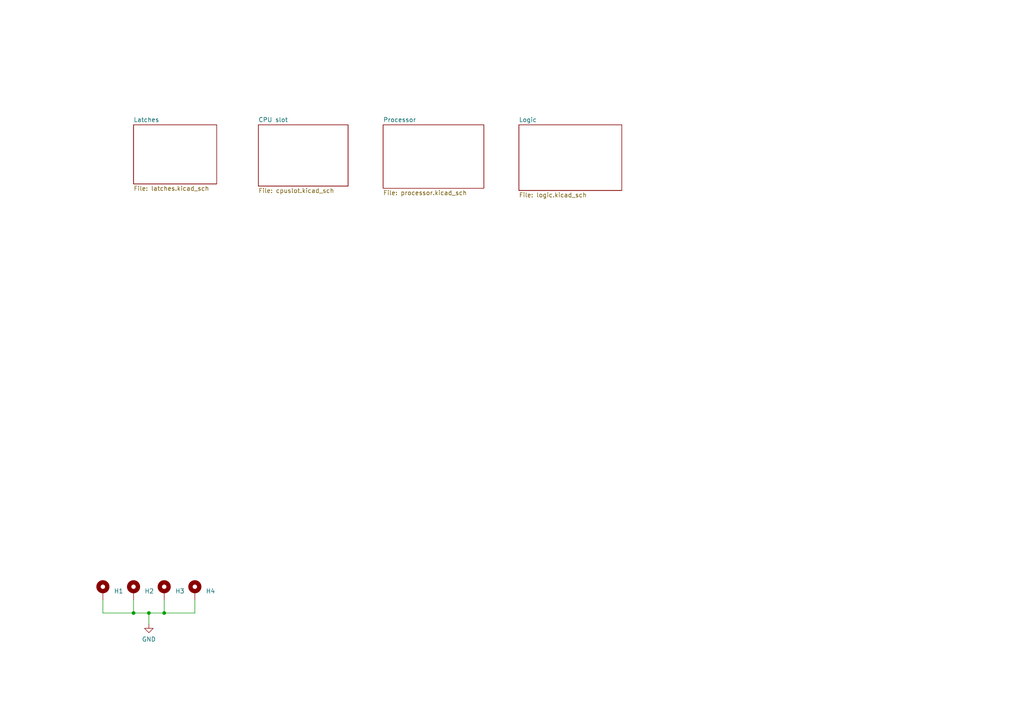
<source format=kicad_sch>
(kicad_sch (version 20230121) (generator eeschema)
  (paper "A4")
  (title_block (title "OpenA3640") (date "2023-09-13") (rev "1") (company "Griffin Retro"))
  (lib_symbols
    (symbol "Mechanical:MountingHole_Pad" (pin_numbers hide) (pin_names (offset 1.016) hide)
      (property "Reference" "H" (at 0 6.35 0))
      (property "Value" "MountingHole_Pad" (at 0 4.445 0))
      (symbol "MountingHole_Pad_0_1"
        (circle (center 0 1.27) (radius 1.27) (stroke (width 1.27)))
      )
      (symbol "MountingHole_Pad_1_1"
        (pin input line (at 0 -2.54 90) (length 2.54) (name "1") (number "1"))
      )
    )
    (symbol "power:GND" (power) (pin_names (offset 0))
      (property "Value" "GND" (at 0 -3.81 0))
      (symbol "GND_0_1"
        (polyline (pts (xy 0 0) (xy 0 -1.27) (xy 1.27 -1.27) (xy 0 -2.54) (xy -1.27 -1.27) (xy 0 -1.27)))
      )
      (symbol "GND_1_1"
        (pin power_in line (at 0 0 270) (length 0) hide (name "GND") (number "1"))
      )
    )
  )
  (junction (at 47.625 177.8))
  (junction (at 38.735 177.8))
  (junction (at 43.18 177.8))
  (wire (pts (xy 29.845 173.99) (xy 29.845 177.8)))
  (wire (pts (xy 38.735 177.8) (xy 43.18 177.8)))
  (wire (pts (xy 56.515 177.8) (xy 56.515 173.99)))
  (wire (pts (xy 43.18 177.8) (xy 47.625 177.8)))
  (wire (pts (xy 38.735 173.99) (xy 38.735 177.8)))
  (wire (pts (xy 47.625 173.99) (xy 47.625 177.8)))
  (wire (pts (xy 47.625 177.8) (xy 56.515 177.8)))
  (wire (pts (xy 43.18 177.8) (xy 43.18 180.975)))
  (wire (pts (xy 29.845 177.8) (xy 38.735 177.8)))
  (symbol (lib_id "Mechanical:MountingHole_Pad") (at 29.845 171.45 0) (unit 1)
    (property "Reference" "H1" (at 33.02 171.45 0) (effects (justify left)))
    (property "Value" "MountingHole" (effects hide))
    (property "Footprint" "MountingHole:MountingHole_4.3mm_M4_DIN965_Pad" (effects hide))
  )
  (symbol (lib_id "power:GND") (at 43.18 180.975 0) (unit 1)
    (property "Reference" "#PWR013" (effects hide))
    (property "Value" "GND" (at 43.18 185.42 0))
  )
  (symbol (lib_id "Mechanical:MountingHole_Pad") (at 38.735 171.45 0) (unit 1)
    (property "Reference" "H2" (at 41.91 171.45 0) (effects (justify left)))
    (property "Value" "MountingHole" (effects hide))
    (property "Footprint" "MountingHole:MountingHole_4.3mm_M4_DIN965_Pad" (effects hide))
  )
  (symbol (lib_id "Mechanical:MountingHole_Pad") (at 47.625 171.45 0) (unit 1)
    (property "Reference" "H3" (at 50.8 171.45 0) (effects (justify left)))
    (property "Value" "MountingHole" (effects hide))
    (property "Footprint" "MountingHole:MountingHole_4.3mm_M4_DIN965_Pad" (effects hide))
  )
  (symbol (lib_id "Mechanical:MountingHole_Pad") (at 56.515 171.45 0) (unit 1)
    (property "Reference" "H4" (at 59.69 171.45 0) (effects (justify left)))
    (property "Value" "MountingHole" (effects hide))
    (property "Footprint" "MountingHole:MountingHole_4.3mm_M4_DIN965_Pad" (effects hide))
  )
  (sheet (at 150.495 36.195) (size 29.845 19.05) (stroke (width 0.1524))
    (property "Sheetname" "Logic" (at 150.495 35.4834 0) (effects (justify left bottom)))
    (property "Sheetfile" "logic.kicad_sch" (at 150.495 55.8296 0) (effects (justify left top)))
  )
  (sheet (at 74.93 36.195) (size 26.035 17.78) (stroke (width 0.1524))
    (property "Sheetname" "CPU slot" (at 74.93 35.4834 0) (effects (justify left bottom)))
    (property "Sheetfile" "cpuslot.kicad_sch" (at 74.93 54.5596 0) (effects (justify left top)))
  )
  (sheet (at 38.735 36.195) (size 24.13 17.145) (stroke (width 0.1524))
    (property "Sheetname" "Latches" (at 38.735 35.4834 0) (effects (justify left bottom)))
    (property "Sheetfile" "latches.kicad_sch" (at 38.735 53.9246 0) (effects (justify left top)))
  )
  (sheet (at 111.125 36.195) (size 29.21 18.415) (stroke (width 0.1524))
    (property "Sheetname" "Processor" (at 111.125 35.4834 0) (effects (justify left bottom)))
    (property "Sheetfile" "processor.kicad_sch" (at 111.125 55.1946 0) (effects (justify left top)))
  )
)
</source>
